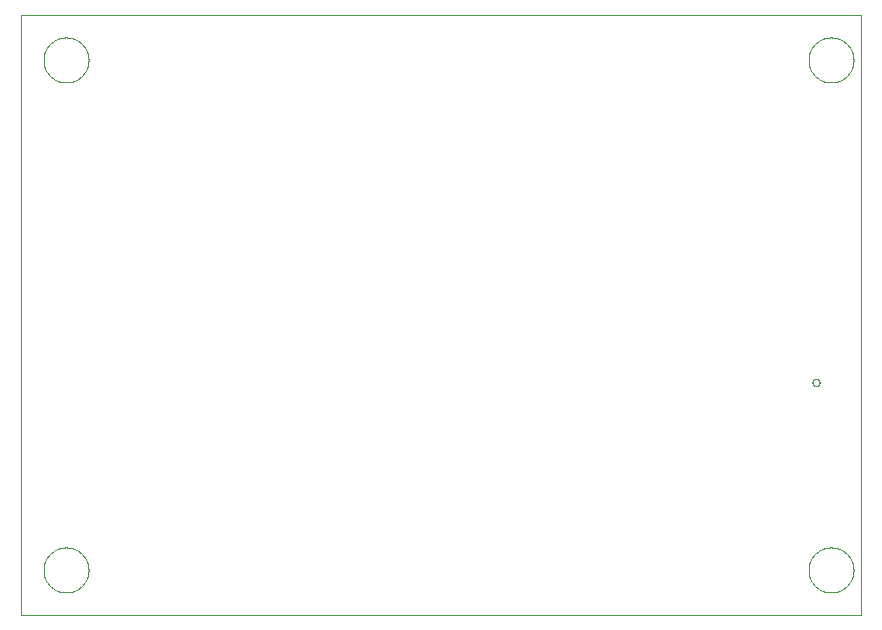
<source format=gbp>
G75*
%MOIN*%
%OFA0B0*%
%FSLAX25Y25*%
%IPPOS*%
%LPD*%
%AMOC8*
5,1,8,0,0,1.08239X$1,22.5*
%
%ADD10C,0.00000*%
D10*
X0001800Y0001800D02*
X0001800Y0201800D01*
X0281800Y0201800D01*
X0281800Y0001800D01*
X0001800Y0001800D01*
X0009300Y0016800D02*
X0009302Y0016984D01*
X0009309Y0017168D01*
X0009320Y0017352D01*
X0009336Y0017535D01*
X0009356Y0017718D01*
X0009381Y0017900D01*
X0009410Y0018082D01*
X0009444Y0018263D01*
X0009482Y0018443D01*
X0009525Y0018622D01*
X0009572Y0018800D01*
X0009623Y0018977D01*
X0009679Y0019153D01*
X0009738Y0019327D01*
X0009803Y0019499D01*
X0009871Y0019670D01*
X0009943Y0019839D01*
X0010020Y0020007D01*
X0010101Y0020172D01*
X0010186Y0020335D01*
X0010274Y0020497D01*
X0010367Y0020656D01*
X0010464Y0020812D01*
X0010564Y0020967D01*
X0010668Y0021119D01*
X0010776Y0021268D01*
X0010887Y0021414D01*
X0011002Y0021558D01*
X0011121Y0021699D01*
X0011243Y0021837D01*
X0011368Y0021972D01*
X0011497Y0022103D01*
X0011628Y0022232D01*
X0011763Y0022357D01*
X0011901Y0022479D01*
X0012042Y0022598D01*
X0012186Y0022713D01*
X0012332Y0022824D01*
X0012481Y0022932D01*
X0012633Y0023036D01*
X0012788Y0023136D01*
X0012944Y0023233D01*
X0013103Y0023326D01*
X0013265Y0023414D01*
X0013428Y0023499D01*
X0013593Y0023580D01*
X0013761Y0023657D01*
X0013930Y0023729D01*
X0014101Y0023797D01*
X0014273Y0023862D01*
X0014447Y0023921D01*
X0014623Y0023977D01*
X0014800Y0024028D01*
X0014978Y0024075D01*
X0015157Y0024118D01*
X0015337Y0024156D01*
X0015518Y0024190D01*
X0015700Y0024219D01*
X0015882Y0024244D01*
X0016065Y0024264D01*
X0016248Y0024280D01*
X0016432Y0024291D01*
X0016616Y0024298D01*
X0016800Y0024300D01*
X0016984Y0024298D01*
X0017168Y0024291D01*
X0017352Y0024280D01*
X0017535Y0024264D01*
X0017718Y0024244D01*
X0017900Y0024219D01*
X0018082Y0024190D01*
X0018263Y0024156D01*
X0018443Y0024118D01*
X0018622Y0024075D01*
X0018800Y0024028D01*
X0018977Y0023977D01*
X0019153Y0023921D01*
X0019327Y0023862D01*
X0019499Y0023797D01*
X0019670Y0023729D01*
X0019839Y0023657D01*
X0020007Y0023580D01*
X0020172Y0023499D01*
X0020335Y0023414D01*
X0020497Y0023326D01*
X0020656Y0023233D01*
X0020812Y0023136D01*
X0020967Y0023036D01*
X0021119Y0022932D01*
X0021268Y0022824D01*
X0021414Y0022713D01*
X0021558Y0022598D01*
X0021699Y0022479D01*
X0021837Y0022357D01*
X0021972Y0022232D01*
X0022103Y0022103D01*
X0022232Y0021972D01*
X0022357Y0021837D01*
X0022479Y0021699D01*
X0022598Y0021558D01*
X0022713Y0021414D01*
X0022824Y0021268D01*
X0022932Y0021119D01*
X0023036Y0020967D01*
X0023136Y0020812D01*
X0023233Y0020656D01*
X0023326Y0020497D01*
X0023414Y0020335D01*
X0023499Y0020172D01*
X0023580Y0020007D01*
X0023657Y0019839D01*
X0023729Y0019670D01*
X0023797Y0019499D01*
X0023862Y0019327D01*
X0023921Y0019153D01*
X0023977Y0018977D01*
X0024028Y0018800D01*
X0024075Y0018622D01*
X0024118Y0018443D01*
X0024156Y0018263D01*
X0024190Y0018082D01*
X0024219Y0017900D01*
X0024244Y0017718D01*
X0024264Y0017535D01*
X0024280Y0017352D01*
X0024291Y0017168D01*
X0024298Y0016984D01*
X0024300Y0016800D01*
X0024298Y0016616D01*
X0024291Y0016432D01*
X0024280Y0016248D01*
X0024264Y0016065D01*
X0024244Y0015882D01*
X0024219Y0015700D01*
X0024190Y0015518D01*
X0024156Y0015337D01*
X0024118Y0015157D01*
X0024075Y0014978D01*
X0024028Y0014800D01*
X0023977Y0014623D01*
X0023921Y0014447D01*
X0023862Y0014273D01*
X0023797Y0014101D01*
X0023729Y0013930D01*
X0023657Y0013761D01*
X0023580Y0013593D01*
X0023499Y0013428D01*
X0023414Y0013265D01*
X0023326Y0013103D01*
X0023233Y0012944D01*
X0023136Y0012788D01*
X0023036Y0012633D01*
X0022932Y0012481D01*
X0022824Y0012332D01*
X0022713Y0012186D01*
X0022598Y0012042D01*
X0022479Y0011901D01*
X0022357Y0011763D01*
X0022232Y0011628D01*
X0022103Y0011497D01*
X0021972Y0011368D01*
X0021837Y0011243D01*
X0021699Y0011121D01*
X0021558Y0011002D01*
X0021414Y0010887D01*
X0021268Y0010776D01*
X0021119Y0010668D01*
X0020967Y0010564D01*
X0020812Y0010464D01*
X0020656Y0010367D01*
X0020497Y0010274D01*
X0020335Y0010186D01*
X0020172Y0010101D01*
X0020007Y0010020D01*
X0019839Y0009943D01*
X0019670Y0009871D01*
X0019499Y0009803D01*
X0019327Y0009738D01*
X0019153Y0009679D01*
X0018977Y0009623D01*
X0018800Y0009572D01*
X0018622Y0009525D01*
X0018443Y0009482D01*
X0018263Y0009444D01*
X0018082Y0009410D01*
X0017900Y0009381D01*
X0017718Y0009356D01*
X0017535Y0009336D01*
X0017352Y0009320D01*
X0017168Y0009309D01*
X0016984Y0009302D01*
X0016800Y0009300D01*
X0016616Y0009302D01*
X0016432Y0009309D01*
X0016248Y0009320D01*
X0016065Y0009336D01*
X0015882Y0009356D01*
X0015700Y0009381D01*
X0015518Y0009410D01*
X0015337Y0009444D01*
X0015157Y0009482D01*
X0014978Y0009525D01*
X0014800Y0009572D01*
X0014623Y0009623D01*
X0014447Y0009679D01*
X0014273Y0009738D01*
X0014101Y0009803D01*
X0013930Y0009871D01*
X0013761Y0009943D01*
X0013593Y0010020D01*
X0013428Y0010101D01*
X0013265Y0010186D01*
X0013103Y0010274D01*
X0012944Y0010367D01*
X0012788Y0010464D01*
X0012633Y0010564D01*
X0012481Y0010668D01*
X0012332Y0010776D01*
X0012186Y0010887D01*
X0012042Y0011002D01*
X0011901Y0011121D01*
X0011763Y0011243D01*
X0011628Y0011368D01*
X0011497Y0011497D01*
X0011368Y0011628D01*
X0011243Y0011763D01*
X0011121Y0011901D01*
X0011002Y0012042D01*
X0010887Y0012186D01*
X0010776Y0012332D01*
X0010668Y0012481D01*
X0010564Y0012633D01*
X0010464Y0012788D01*
X0010367Y0012944D01*
X0010274Y0013103D01*
X0010186Y0013265D01*
X0010101Y0013428D01*
X0010020Y0013593D01*
X0009943Y0013761D01*
X0009871Y0013930D01*
X0009803Y0014101D01*
X0009738Y0014273D01*
X0009679Y0014447D01*
X0009623Y0014623D01*
X0009572Y0014800D01*
X0009525Y0014978D01*
X0009482Y0015157D01*
X0009444Y0015337D01*
X0009410Y0015518D01*
X0009381Y0015700D01*
X0009356Y0015882D01*
X0009336Y0016065D01*
X0009320Y0016248D01*
X0009309Y0016432D01*
X0009302Y0016616D01*
X0009300Y0016800D01*
X0009300Y0186800D02*
X0009302Y0186984D01*
X0009309Y0187168D01*
X0009320Y0187352D01*
X0009336Y0187535D01*
X0009356Y0187718D01*
X0009381Y0187900D01*
X0009410Y0188082D01*
X0009444Y0188263D01*
X0009482Y0188443D01*
X0009525Y0188622D01*
X0009572Y0188800D01*
X0009623Y0188977D01*
X0009679Y0189153D01*
X0009738Y0189327D01*
X0009803Y0189499D01*
X0009871Y0189670D01*
X0009943Y0189839D01*
X0010020Y0190007D01*
X0010101Y0190172D01*
X0010186Y0190335D01*
X0010274Y0190497D01*
X0010367Y0190656D01*
X0010464Y0190812D01*
X0010564Y0190967D01*
X0010668Y0191119D01*
X0010776Y0191268D01*
X0010887Y0191414D01*
X0011002Y0191558D01*
X0011121Y0191699D01*
X0011243Y0191837D01*
X0011368Y0191972D01*
X0011497Y0192103D01*
X0011628Y0192232D01*
X0011763Y0192357D01*
X0011901Y0192479D01*
X0012042Y0192598D01*
X0012186Y0192713D01*
X0012332Y0192824D01*
X0012481Y0192932D01*
X0012633Y0193036D01*
X0012788Y0193136D01*
X0012944Y0193233D01*
X0013103Y0193326D01*
X0013265Y0193414D01*
X0013428Y0193499D01*
X0013593Y0193580D01*
X0013761Y0193657D01*
X0013930Y0193729D01*
X0014101Y0193797D01*
X0014273Y0193862D01*
X0014447Y0193921D01*
X0014623Y0193977D01*
X0014800Y0194028D01*
X0014978Y0194075D01*
X0015157Y0194118D01*
X0015337Y0194156D01*
X0015518Y0194190D01*
X0015700Y0194219D01*
X0015882Y0194244D01*
X0016065Y0194264D01*
X0016248Y0194280D01*
X0016432Y0194291D01*
X0016616Y0194298D01*
X0016800Y0194300D01*
X0016984Y0194298D01*
X0017168Y0194291D01*
X0017352Y0194280D01*
X0017535Y0194264D01*
X0017718Y0194244D01*
X0017900Y0194219D01*
X0018082Y0194190D01*
X0018263Y0194156D01*
X0018443Y0194118D01*
X0018622Y0194075D01*
X0018800Y0194028D01*
X0018977Y0193977D01*
X0019153Y0193921D01*
X0019327Y0193862D01*
X0019499Y0193797D01*
X0019670Y0193729D01*
X0019839Y0193657D01*
X0020007Y0193580D01*
X0020172Y0193499D01*
X0020335Y0193414D01*
X0020497Y0193326D01*
X0020656Y0193233D01*
X0020812Y0193136D01*
X0020967Y0193036D01*
X0021119Y0192932D01*
X0021268Y0192824D01*
X0021414Y0192713D01*
X0021558Y0192598D01*
X0021699Y0192479D01*
X0021837Y0192357D01*
X0021972Y0192232D01*
X0022103Y0192103D01*
X0022232Y0191972D01*
X0022357Y0191837D01*
X0022479Y0191699D01*
X0022598Y0191558D01*
X0022713Y0191414D01*
X0022824Y0191268D01*
X0022932Y0191119D01*
X0023036Y0190967D01*
X0023136Y0190812D01*
X0023233Y0190656D01*
X0023326Y0190497D01*
X0023414Y0190335D01*
X0023499Y0190172D01*
X0023580Y0190007D01*
X0023657Y0189839D01*
X0023729Y0189670D01*
X0023797Y0189499D01*
X0023862Y0189327D01*
X0023921Y0189153D01*
X0023977Y0188977D01*
X0024028Y0188800D01*
X0024075Y0188622D01*
X0024118Y0188443D01*
X0024156Y0188263D01*
X0024190Y0188082D01*
X0024219Y0187900D01*
X0024244Y0187718D01*
X0024264Y0187535D01*
X0024280Y0187352D01*
X0024291Y0187168D01*
X0024298Y0186984D01*
X0024300Y0186800D01*
X0024298Y0186616D01*
X0024291Y0186432D01*
X0024280Y0186248D01*
X0024264Y0186065D01*
X0024244Y0185882D01*
X0024219Y0185700D01*
X0024190Y0185518D01*
X0024156Y0185337D01*
X0024118Y0185157D01*
X0024075Y0184978D01*
X0024028Y0184800D01*
X0023977Y0184623D01*
X0023921Y0184447D01*
X0023862Y0184273D01*
X0023797Y0184101D01*
X0023729Y0183930D01*
X0023657Y0183761D01*
X0023580Y0183593D01*
X0023499Y0183428D01*
X0023414Y0183265D01*
X0023326Y0183103D01*
X0023233Y0182944D01*
X0023136Y0182788D01*
X0023036Y0182633D01*
X0022932Y0182481D01*
X0022824Y0182332D01*
X0022713Y0182186D01*
X0022598Y0182042D01*
X0022479Y0181901D01*
X0022357Y0181763D01*
X0022232Y0181628D01*
X0022103Y0181497D01*
X0021972Y0181368D01*
X0021837Y0181243D01*
X0021699Y0181121D01*
X0021558Y0181002D01*
X0021414Y0180887D01*
X0021268Y0180776D01*
X0021119Y0180668D01*
X0020967Y0180564D01*
X0020812Y0180464D01*
X0020656Y0180367D01*
X0020497Y0180274D01*
X0020335Y0180186D01*
X0020172Y0180101D01*
X0020007Y0180020D01*
X0019839Y0179943D01*
X0019670Y0179871D01*
X0019499Y0179803D01*
X0019327Y0179738D01*
X0019153Y0179679D01*
X0018977Y0179623D01*
X0018800Y0179572D01*
X0018622Y0179525D01*
X0018443Y0179482D01*
X0018263Y0179444D01*
X0018082Y0179410D01*
X0017900Y0179381D01*
X0017718Y0179356D01*
X0017535Y0179336D01*
X0017352Y0179320D01*
X0017168Y0179309D01*
X0016984Y0179302D01*
X0016800Y0179300D01*
X0016616Y0179302D01*
X0016432Y0179309D01*
X0016248Y0179320D01*
X0016065Y0179336D01*
X0015882Y0179356D01*
X0015700Y0179381D01*
X0015518Y0179410D01*
X0015337Y0179444D01*
X0015157Y0179482D01*
X0014978Y0179525D01*
X0014800Y0179572D01*
X0014623Y0179623D01*
X0014447Y0179679D01*
X0014273Y0179738D01*
X0014101Y0179803D01*
X0013930Y0179871D01*
X0013761Y0179943D01*
X0013593Y0180020D01*
X0013428Y0180101D01*
X0013265Y0180186D01*
X0013103Y0180274D01*
X0012944Y0180367D01*
X0012788Y0180464D01*
X0012633Y0180564D01*
X0012481Y0180668D01*
X0012332Y0180776D01*
X0012186Y0180887D01*
X0012042Y0181002D01*
X0011901Y0181121D01*
X0011763Y0181243D01*
X0011628Y0181368D01*
X0011497Y0181497D01*
X0011368Y0181628D01*
X0011243Y0181763D01*
X0011121Y0181901D01*
X0011002Y0182042D01*
X0010887Y0182186D01*
X0010776Y0182332D01*
X0010668Y0182481D01*
X0010564Y0182633D01*
X0010464Y0182788D01*
X0010367Y0182944D01*
X0010274Y0183103D01*
X0010186Y0183265D01*
X0010101Y0183428D01*
X0010020Y0183593D01*
X0009943Y0183761D01*
X0009871Y0183930D01*
X0009803Y0184101D01*
X0009738Y0184273D01*
X0009679Y0184447D01*
X0009623Y0184623D01*
X0009572Y0184800D01*
X0009525Y0184978D01*
X0009482Y0185157D01*
X0009444Y0185337D01*
X0009410Y0185518D01*
X0009381Y0185700D01*
X0009356Y0185882D01*
X0009336Y0186065D01*
X0009320Y0186248D01*
X0009309Y0186432D01*
X0009302Y0186616D01*
X0009300Y0186800D01*
X0265619Y0079300D02*
X0265621Y0079369D01*
X0265627Y0079437D01*
X0265637Y0079505D01*
X0265651Y0079572D01*
X0265669Y0079639D01*
X0265690Y0079704D01*
X0265716Y0079768D01*
X0265745Y0079830D01*
X0265777Y0079890D01*
X0265813Y0079949D01*
X0265853Y0080005D01*
X0265895Y0080059D01*
X0265941Y0080110D01*
X0265990Y0080159D01*
X0266041Y0080205D01*
X0266095Y0080247D01*
X0266151Y0080287D01*
X0266209Y0080323D01*
X0266270Y0080355D01*
X0266332Y0080384D01*
X0266396Y0080410D01*
X0266461Y0080431D01*
X0266528Y0080449D01*
X0266595Y0080463D01*
X0266663Y0080473D01*
X0266731Y0080479D01*
X0266800Y0080481D01*
X0266869Y0080479D01*
X0266937Y0080473D01*
X0267005Y0080463D01*
X0267072Y0080449D01*
X0267139Y0080431D01*
X0267204Y0080410D01*
X0267268Y0080384D01*
X0267330Y0080355D01*
X0267390Y0080323D01*
X0267449Y0080287D01*
X0267505Y0080247D01*
X0267559Y0080205D01*
X0267610Y0080159D01*
X0267659Y0080110D01*
X0267705Y0080059D01*
X0267747Y0080005D01*
X0267787Y0079949D01*
X0267823Y0079890D01*
X0267855Y0079830D01*
X0267884Y0079768D01*
X0267910Y0079704D01*
X0267931Y0079639D01*
X0267949Y0079572D01*
X0267963Y0079505D01*
X0267973Y0079437D01*
X0267979Y0079369D01*
X0267981Y0079300D01*
X0267979Y0079231D01*
X0267973Y0079163D01*
X0267963Y0079095D01*
X0267949Y0079028D01*
X0267931Y0078961D01*
X0267910Y0078896D01*
X0267884Y0078832D01*
X0267855Y0078770D01*
X0267823Y0078709D01*
X0267787Y0078651D01*
X0267747Y0078595D01*
X0267705Y0078541D01*
X0267659Y0078490D01*
X0267610Y0078441D01*
X0267559Y0078395D01*
X0267505Y0078353D01*
X0267449Y0078313D01*
X0267391Y0078277D01*
X0267330Y0078245D01*
X0267268Y0078216D01*
X0267204Y0078190D01*
X0267139Y0078169D01*
X0267072Y0078151D01*
X0267005Y0078137D01*
X0266937Y0078127D01*
X0266869Y0078121D01*
X0266800Y0078119D01*
X0266731Y0078121D01*
X0266663Y0078127D01*
X0266595Y0078137D01*
X0266528Y0078151D01*
X0266461Y0078169D01*
X0266396Y0078190D01*
X0266332Y0078216D01*
X0266270Y0078245D01*
X0266209Y0078277D01*
X0266151Y0078313D01*
X0266095Y0078353D01*
X0266041Y0078395D01*
X0265990Y0078441D01*
X0265941Y0078490D01*
X0265895Y0078541D01*
X0265853Y0078595D01*
X0265813Y0078651D01*
X0265777Y0078709D01*
X0265745Y0078770D01*
X0265716Y0078832D01*
X0265690Y0078896D01*
X0265669Y0078961D01*
X0265651Y0079028D01*
X0265637Y0079095D01*
X0265627Y0079163D01*
X0265621Y0079231D01*
X0265619Y0079300D01*
X0264300Y0016800D02*
X0264302Y0016984D01*
X0264309Y0017168D01*
X0264320Y0017352D01*
X0264336Y0017535D01*
X0264356Y0017718D01*
X0264381Y0017900D01*
X0264410Y0018082D01*
X0264444Y0018263D01*
X0264482Y0018443D01*
X0264525Y0018622D01*
X0264572Y0018800D01*
X0264623Y0018977D01*
X0264679Y0019153D01*
X0264738Y0019327D01*
X0264803Y0019499D01*
X0264871Y0019670D01*
X0264943Y0019839D01*
X0265020Y0020007D01*
X0265101Y0020172D01*
X0265186Y0020335D01*
X0265274Y0020497D01*
X0265367Y0020656D01*
X0265464Y0020812D01*
X0265564Y0020967D01*
X0265668Y0021119D01*
X0265776Y0021268D01*
X0265887Y0021414D01*
X0266002Y0021558D01*
X0266121Y0021699D01*
X0266243Y0021837D01*
X0266368Y0021972D01*
X0266497Y0022103D01*
X0266628Y0022232D01*
X0266763Y0022357D01*
X0266901Y0022479D01*
X0267042Y0022598D01*
X0267186Y0022713D01*
X0267332Y0022824D01*
X0267481Y0022932D01*
X0267633Y0023036D01*
X0267788Y0023136D01*
X0267944Y0023233D01*
X0268103Y0023326D01*
X0268265Y0023414D01*
X0268428Y0023499D01*
X0268593Y0023580D01*
X0268761Y0023657D01*
X0268930Y0023729D01*
X0269101Y0023797D01*
X0269273Y0023862D01*
X0269447Y0023921D01*
X0269623Y0023977D01*
X0269800Y0024028D01*
X0269978Y0024075D01*
X0270157Y0024118D01*
X0270337Y0024156D01*
X0270518Y0024190D01*
X0270700Y0024219D01*
X0270882Y0024244D01*
X0271065Y0024264D01*
X0271248Y0024280D01*
X0271432Y0024291D01*
X0271616Y0024298D01*
X0271800Y0024300D01*
X0271984Y0024298D01*
X0272168Y0024291D01*
X0272352Y0024280D01*
X0272535Y0024264D01*
X0272718Y0024244D01*
X0272900Y0024219D01*
X0273082Y0024190D01*
X0273263Y0024156D01*
X0273443Y0024118D01*
X0273622Y0024075D01*
X0273800Y0024028D01*
X0273977Y0023977D01*
X0274153Y0023921D01*
X0274327Y0023862D01*
X0274499Y0023797D01*
X0274670Y0023729D01*
X0274839Y0023657D01*
X0275007Y0023580D01*
X0275172Y0023499D01*
X0275335Y0023414D01*
X0275497Y0023326D01*
X0275656Y0023233D01*
X0275812Y0023136D01*
X0275967Y0023036D01*
X0276119Y0022932D01*
X0276268Y0022824D01*
X0276414Y0022713D01*
X0276558Y0022598D01*
X0276699Y0022479D01*
X0276837Y0022357D01*
X0276972Y0022232D01*
X0277103Y0022103D01*
X0277232Y0021972D01*
X0277357Y0021837D01*
X0277479Y0021699D01*
X0277598Y0021558D01*
X0277713Y0021414D01*
X0277824Y0021268D01*
X0277932Y0021119D01*
X0278036Y0020967D01*
X0278136Y0020812D01*
X0278233Y0020656D01*
X0278326Y0020497D01*
X0278414Y0020335D01*
X0278499Y0020172D01*
X0278580Y0020007D01*
X0278657Y0019839D01*
X0278729Y0019670D01*
X0278797Y0019499D01*
X0278862Y0019327D01*
X0278921Y0019153D01*
X0278977Y0018977D01*
X0279028Y0018800D01*
X0279075Y0018622D01*
X0279118Y0018443D01*
X0279156Y0018263D01*
X0279190Y0018082D01*
X0279219Y0017900D01*
X0279244Y0017718D01*
X0279264Y0017535D01*
X0279280Y0017352D01*
X0279291Y0017168D01*
X0279298Y0016984D01*
X0279300Y0016800D01*
X0279298Y0016616D01*
X0279291Y0016432D01*
X0279280Y0016248D01*
X0279264Y0016065D01*
X0279244Y0015882D01*
X0279219Y0015700D01*
X0279190Y0015518D01*
X0279156Y0015337D01*
X0279118Y0015157D01*
X0279075Y0014978D01*
X0279028Y0014800D01*
X0278977Y0014623D01*
X0278921Y0014447D01*
X0278862Y0014273D01*
X0278797Y0014101D01*
X0278729Y0013930D01*
X0278657Y0013761D01*
X0278580Y0013593D01*
X0278499Y0013428D01*
X0278414Y0013265D01*
X0278326Y0013103D01*
X0278233Y0012944D01*
X0278136Y0012788D01*
X0278036Y0012633D01*
X0277932Y0012481D01*
X0277824Y0012332D01*
X0277713Y0012186D01*
X0277598Y0012042D01*
X0277479Y0011901D01*
X0277357Y0011763D01*
X0277232Y0011628D01*
X0277103Y0011497D01*
X0276972Y0011368D01*
X0276837Y0011243D01*
X0276699Y0011121D01*
X0276558Y0011002D01*
X0276414Y0010887D01*
X0276268Y0010776D01*
X0276119Y0010668D01*
X0275967Y0010564D01*
X0275812Y0010464D01*
X0275656Y0010367D01*
X0275497Y0010274D01*
X0275335Y0010186D01*
X0275172Y0010101D01*
X0275007Y0010020D01*
X0274839Y0009943D01*
X0274670Y0009871D01*
X0274499Y0009803D01*
X0274327Y0009738D01*
X0274153Y0009679D01*
X0273977Y0009623D01*
X0273800Y0009572D01*
X0273622Y0009525D01*
X0273443Y0009482D01*
X0273263Y0009444D01*
X0273082Y0009410D01*
X0272900Y0009381D01*
X0272718Y0009356D01*
X0272535Y0009336D01*
X0272352Y0009320D01*
X0272168Y0009309D01*
X0271984Y0009302D01*
X0271800Y0009300D01*
X0271616Y0009302D01*
X0271432Y0009309D01*
X0271248Y0009320D01*
X0271065Y0009336D01*
X0270882Y0009356D01*
X0270700Y0009381D01*
X0270518Y0009410D01*
X0270337Y0009444D01*
X0270157Y0009482D01*
X0269978Y0009525D01*
X0269800Y0009572D01*
X0269623Y0009623D01*
X0269447Y0009679D01*
X0269273Y0009738D01*
X0269101Y0009803D01*
X0268930Y0009871D01*
X0268761Y0009943D01*
X0268593Y0010020D01*
X0268428Y0010101D01*
X0268265Y0010186D01*
X0268103Y0010274D01*
X0267944Y0010367D01*
X0267788Y0010464D01*
X0267633Y0010564D01*
X0267481Y0010668D01*
X0267332Y0010776D01*
X0267186Y0010887D01*
X0267042Y0011002D01*
X0266901Y0011121D01*
X0266763Y0011243D01*
X0266628Y0011368D01*
X0266497Y0011497D01*
X0266368Y0011628D01*
X0266243Y0011763D01*
X0266121Y0011901D01*
X0266002Y0012042D01*
X0265887Y0012186D01*
X0265776Y0012332D01*
X0265668Y0012481D01*
X0265564Y0012633D01*
X0265464Y0012788D01*
X0265367Y0012944D01*
X0265274Y0013103D01*
X0265186Y0013265D01*
X0265101Y0013428D01*
X0265020Y0013593D01*
X0264943Y0013761D01*
X0264871Y0013930D01*
X0264803Y0014101D01*
X0264738Y0014273D01*
X0264679Y0014447D01*
X0264623Y0014623D01*
X0264572Y0014800D01*
X0264525Y0014978D01*
X0264482Y0015157D01*
X0264444Y0015337D01*
X0264410Y0015518D01*
X0264381Y0015700D01*
X0264356Y0015882D01*
X0264336Y0016065D01*
X0264320Y0016248D01*
X0264309Y0016432D01*
X0264302Y0016616D01*
X0264300Y0016800D01*
X0264300Y0186800D02*
X0264302Y0186984D01*
X0264309Y0187168D01*
X0264320Y0187352D01*
X0264336Y0187535D01*
X0264356Y0187718D01*
X0264381Y0187900D01*
X0264410Y0188082D01*
X0264444Y0188263D01*
X0264482Y0188443D01*
X0264525Y0188622D01*
X0264572Y0188800D01*
X0264623Y0188977D01*
X0264679Y0189153D01*
X0264738Y0189327D01*
X0264803Y0189499D01*
X0264871Y0189670D01*
X0264943Y0189839D01*
X0265020Y0190007D01*
X0265101Y0190172D01*
X0265186Y0190335D01*
X0265274Y0190497D01*
X0265367Y0190656D01*
X0265464Y0190812D01*
X0265564Y0190967D01*
X0265668Y0191119D01*
X0265776Y0191268D01*
X0265887Y0191414D01*
X0266002Y0191558D01*
X0266121Y0191699D01*
X0266243Y0191837D01*
X0266368Y0191972D01*
X0266497Y0192103D01*
X0266628Y0192232D01*
X0266763Y0192357D01*
X0266901Y0192479D01*
X0267042Y0192598D01*
X0267186Y0192713D01*
X0267332Y0192824D01*
X0267481Y0192932D01*
X0267633Y0193036D01*
X0267788Y0193136D01*
X0267944Y0193233D01*
X0268103Y0193326D01*
X0268265Y0193414D01*
X0268428Y0193499D01*
X0268593Y0193580D01*
X0268761Y0193657D01*
X0268930Y0193729D01*
X0269101Y0193797D01*
X0269273Y0193862D01*
X0269447Y0193921D01*
X0269623Y0193977D01*
X0269800Y0194028D01*
X0269978Y0194075D01*
X0270157Y0194118D01*
X0270337Y0194156D01*
X0270518Y0194190D01*
X0270700Y0194219D01*
X0270882Y0194244D01*
X0271065Y0194264D01*
X0271248Y0194280D01*
X0271432Y0194291D01*
X0271616Y0194298D01*
X0271800Y0194300D01*
X0271984Y0194298D01*
X0272168Y0194291D01*
X0272352Y0194280D01*
X0272535Y0194264D01*
X0272718Y0194244D01*
X0272900Y0194219D01*
X0273082Y0194190D01*
X0273263Y0194156D01*
X0273443Y0194118D01*
X0273622Y0194075D01*
X0273800Y0194028D01*
X0273977Y0193977D01*
X0274153Y0193921D01*
X0274327Y0193862D01*
X0274499Y0193797D01*
X0274670Y0193729D01*
X0274839Y0193657D01*
X0275007Y0193580D01*
X0275172Y0193499D01*
X0275335Y0193414D01*
X0275497Y0193326D01*
X0275656Y0193233D01*
X0275812Y0193136D01*
X0275967Y0193036D01*
X0276119Y0192932D01*
X0276268Y0192824D01*
X0276414Y0192713D01*
X0276558Y0192598D01*
X0276699Y0192479D01*
X0276837Y0192357D01*
X0276972Y0192232D01*
X0277103Y0192103D01*
X0277232Y0191972D01*
X0277357Y0191837D01*
X0277479Y0191699D01*
X0277598Y0191558D01*
X0277713Y0191414D01*
X0277824Y0191268D01*
X0277932Y0191119D01*
X0278036Y0190967D01*
X0278136Y0190812D01*
X0278233Y0190656D01*
X0278326Y0190497D01*
X0278414Y0190335D01*
X0278499Y0190172D01*
X0278580Y0190007D01*
X0278657Y0189839D01*
X0278729Y0189670D01*
X0278797Y0189499D01*
X0278862Y0189327D01*
X0278921Y0189153D01*
X0278977Y0188977D01*
X0279028Y0188800D01*
X0279075Y0188622D01*
X0279118Y0188443D01*
X0279156Y0188263D01*
X0279190Y0188082D01*
X0279219Y0187900D01*
X0279244Y0187718D01*
X0279264Y0187535D01*
X0279280Y0187352D01*
X0279291Y0187168D01*
X0279298Y0186984D01*
X0279300Y0186800D01*
X0279298Y0186616D01*
X0279291Y0186432D01*
X0279280Y0186248D01*
X0279264Y0186065D01*
X0279244Y0185882D01*
X0279219Y0185700D01*
X0279190Y0185518D01*
X0279156Y0185337D01*
X0279118Y0185157D01*
X0279075Y0184978D01*
X0279028Y0184800D01*
X0278977Y0184623D01*
X0278921Y0184447D01*
X0278862Y0184273D01*
X0278797Y0184101D01*
X0278729Y0183930D01*
X0278657Y0183761D01*
X0278580Y0183593D01*
X0278499Y0183428D01*
X0278414Y0183265D01*
X0278326Y0183103D01*
X0278233Y0182944D01*
X0278136Y0182788D01*
X0278036Y0182633D01*
X0277932Y0182481D01*
X0277824Y0182332D01*
X0277713Y0182186D01*
X0277598Y0182042D01*
X0277479Y0181901D01*
X0277357Y0181763D01*
X0277232Y0181628D01*
X0277103Y0181497D01*
X0276972Y0181368D01*
X0276837Y0181243D01*
X0276699Y0181121D01*
X0276558Y0181002D01*
X0276414Y0180887D01*
X0276268Y0180776D01*
X0276119Y0180668D01*
X0275967Y0180564D01*
X0275812Y0180464D01*
X0275656Y0180367D01*
X0275497Y0180274D01*
X0275335Y0180186D01*
X0275172Y0180101D01*
X0275007Y0180020D01*
X0274839Y0179943D01*
X0274670Y0179871D01*
X0274499Y0179803D01*
X0274327Y0179738D01*
X0274153Y0179679D01*
X0273977Y0179623D01*
X0273800Y0179572D01*
X0273622Y0179525D01*
X0273443Y0179482D01*
X0273263Y0179444D01*
X0273082Y0179410D01*
X0272900Y0179381D01*
X0272718Y0179356D01*
X0272535Y0179336D01*
X0272352Y0179320D01*
X0272168Y0179309D01*
X0271984Y0179302D01*
X0271800Y0179300D01*
X0271616Y0179302D01*
X0271432Y0179309D01*
X0271248Y0179320D01*
X0271065Y0179336D01*
X0270882Y0179356D01*
X0270700Y0179381D01*
X0270518Y0179410D01*
X0270337Y0179444D01*
X0270157Y0179482D01*
X0269978Y0179525D01*
X0269800Y0179572D01*
X0269623Y0179623D01*
X0269447Y0179679D01*
X0269273Y0179738D01*
X0269101Y0179803D01*
X0268930Y0179871D01*
X0268761Y0179943D01*
X0268593Y0180020D01*
X0268428Y0180101D01*
X0268265Y0180186D01*
X0268103Y0180274D01*
X0267944Y0180367D01*
X0267788Y0180464D01*
X0267633Y0180564D01*
X0267481Y0180668D01*
X0267332Y0180776D01*
X0267186Y0180887D01*
X0267042Y0181002D01*
X0266901Y0181121D01*
X0266763Y0181243D01*
X0266628Y0181368D01*
X0266497Y0181497D01*
X0266368Y0181628D01*
X0266243Y0181763D01*
X0266121Y0181901D01*
X0266002Y0182042D01*
X0265887Y0182186D01*
X0265776Y0182332D01*
X0265668Y0182481D01*
X0265564Y0182633D01*
X0265464Y0182788D01*
X0265367Y0182944D01*
X0265274Y0183103D01*
X0265186Y0183265D01*
X0265101Y0183428D01*
X0265020Y0183593D01*
X0264943Y0183761D01*
X0264871Y0183930D01*
X0264803Y0184101D01*
X0264738Y0184273D01*
X0264679Y0184447D01*
X0264623Y0184623D01*
X0264572Y0184800D01*
X0264525Y0184978D01*
X0264482Y0185157D01*
X0264444Y0185337D01*
X0264410Y0185518D01*
X0264381Y0185700D01*
X0264356Y0185882D01*
X0264336Y0186065D01*
X0264320Y0186248D01*
X0264309Y0186432D01*
X0264302Y0186616D01*
X0264300Y0186800D01*
M02*

</source>
